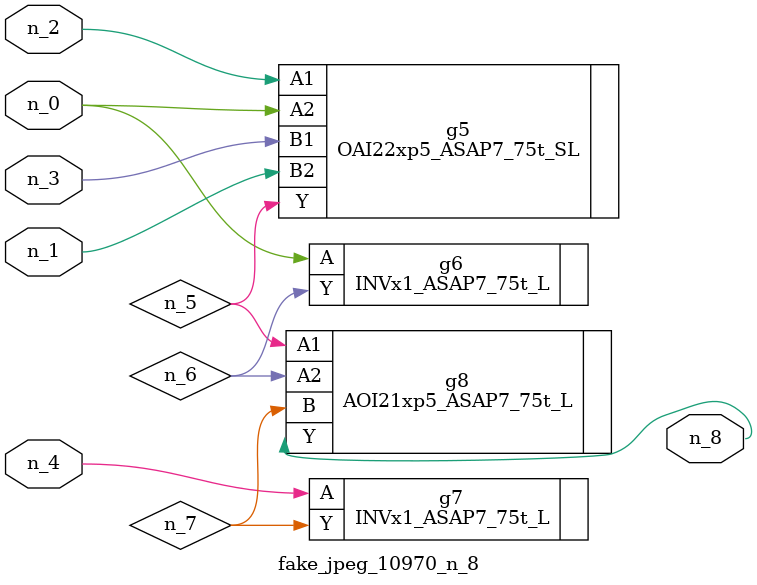
<source format=v>
module fake_jpeg_10970_n_8 (n_3, n_2, n_1, n_0, n_4, n_8);

input n_3;
input n_2;
input n_1;
input n_0;
input n_4;

output n_8;

wire n_6;
wire n_5;
wire n_7;

OAI22xp5_ASAP7_75t_SL g5 ( 
.A1(n_2),
.A2(n_0),
.B1(n_3),
.B2(n_1),
.Y(n_5)
);

INVx1_ASAP7_75t_L g6 ( 
.A(n_0),
.Y(n_6)
);

INVx1_ASAP7_75t_L g7 ( 
.A(n_4),
.Y(n_7)
);

AOI21xp5_ASAP7_75t_L g8 ( 
.A1(n_5),
.A2(n_6),
.B(n_7),
.Y(n_8)
);


endmodule
</source>
